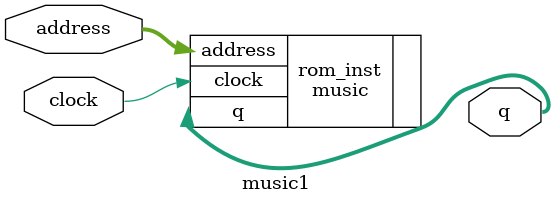
<source format=v>
module music1(
    input [7:0] address,
	 input clock,
	 output [3:0] q
	 );
	 
	 music rom_inst(
	 .address(address),
	 .clock(clock),
	 .q(q)
	 );
	 endmodule
	 
</source>
